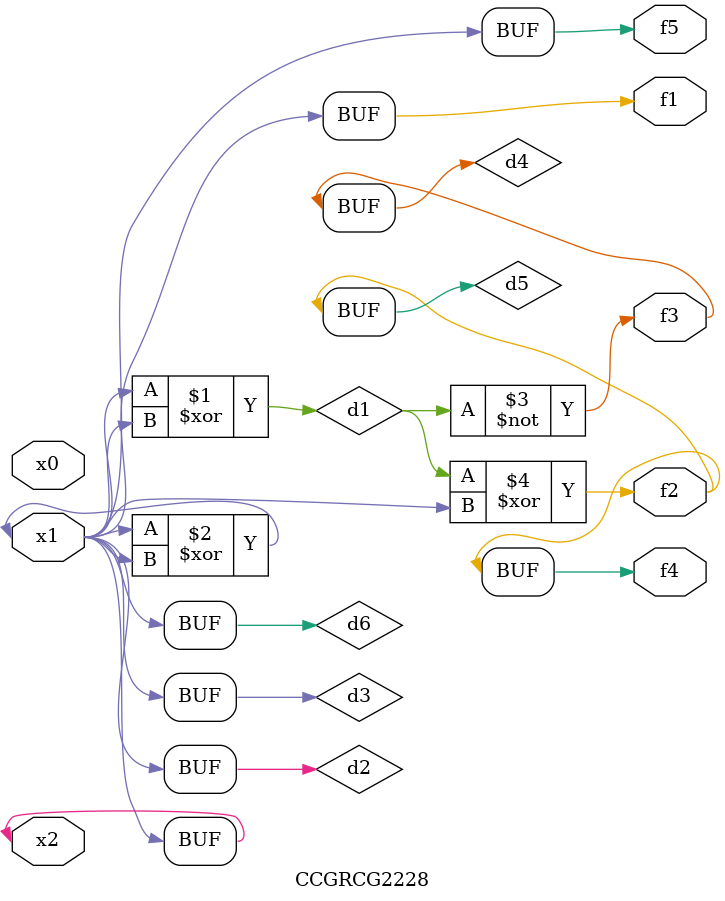
<source format=v>
module CCGRCG2228(
	input x0, x1, x2,
	output f1, f2, f3, f4, f5
);

	wire d1, d2, d3, d4, d5, d6;

	xor (d1, x1, x2);
	buf (d2, x1, x2);
	xor (d3, x1, x2);
	nor (d4, d1);
	xor (d5, d1, d2);
	buf (d6, d2, d3);
	assign f1 = d6;
	assign f2 = d5;
	assign f3 = d4;
	assign f4 = d5;
	assign f5 = d6;
endmodule

</source>
